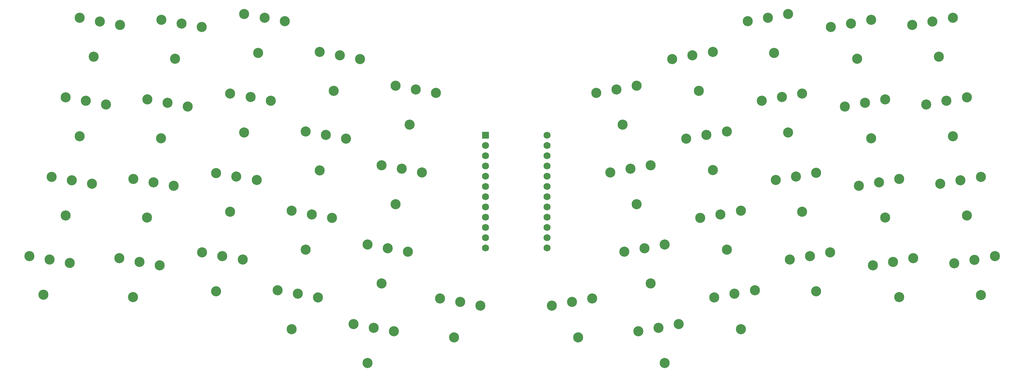
<source format=gbr>
G04 #@! TF.FileFunction,Copper,L1,Top,Signal*
%FSLAX46Y46*%
G04 Gerber Fmt 4.6, Leading zero omitted, Abs format (unit mm)*
G04 Created by KiCad (PCBNEW 4.0.2-stable) date 30/03/2016 21:54:54*
%MOMM*%
G01*
G04 APERTURE LIST*
%ADD10C,0.100000*%
%ADD11R,1.752600X1.752600*%
%ADD12C,1.752600*%
%ADD13C,2.500000*%
%ADD14C,0.600000*%
%ADD15C,0.500000*%
G04 APERTURE END LIST*
D10*
D11*
X142380000Y-84030000D03*
D12*
X142380000Y-86570000D03*
X142380000Y-89110000D03*
X142380000Y-91650000D03*
X142380000Y-94190000D03*
X142380000Y-96730000D03*
X142380000Y-99270000D03*
X142380000Y-101810000D03*
X142380000Y-104350000D03*
X142380000Y-106890000D03*
X142380000Y-109430000D03*
X142380000Y-111970000D03*
X157620000Y-111970000D03*
X157620000Y-109430000D03*
X157620000Y-106890000D03*
X157620000Y-104350000D03*
X157620000Y-101810000D03*
X157620000Y-99270000D03*
X157620000Y-96730000D03*
X157620000Y-94190000D03*
X157620000Y-91650000D03*
X157620000Y-89110000D03*
X157620000Y-86570000D03*
X157620000Y-84030000D03*
D13*
X227738914Y-113057997D03*
X217733267Y-114822262D03*
X224279823Y-122695070D03*
X222736090Y-113940129D03*
X244830346Y-94812917D03*
X234824699Y-96577182D03*
X241371255Y-104449990D03*
X239827522Y-95695049D03*
X51890448Y-56667829D03*
X41884801Y-54903564D03*
X45343892Y-64540637D03*
X46887625Y-55785696D03*
X48417485Y-76363984D03*
X38411838Y-74599719D03*
X41870929Y-84236792D03*
X43414662Y-75481851D03*
X44944521Y-96060139D03*
X34938874Y-94295874D03*
X38397965Y-103932947D03*
X39941698Y-95178006D03*
X39471558Y-115708730D03*
X29465911Y-113944465D03*
X32925002Y-123581538D03*
X34468735Y-114826597D03*
X72107548Y-57186369D03*
X62101901Y-55422104D03*
X65560992Y-65059177D03*
X67104725Y-56304236D03*
X68634584Y-76882524D03*
X58628937Y-75118259D03*
X62088028Y-84755332D03*
X63631761Y-76000391D03*
X65161621Y-96578679D03*
X55155974Y-94814414D03*
X58615065Y-104451487D03*
X60158798Y-95696546D03*
X61688657Y-116274835D03*
X51683010Y-114510570D03*
X55142101Y-124147643D03*
X56685834Y-115392702D03*
X92671944Y-55735294D03*
X82666297Y-53971029D03*
X86125388Y-63608102D03*
X87669121Y-54853161D03*
X89198980Y-75431449D03*
X79193333Y-73667184D03*
X82652424Y-83304257D03*
X84196157Y-74549316D03*
X85726017Y-95127604D03*
X75720370Y-93363339D03*
X79179461Y-103000412D03*
X80723194Y-94245471D03*
X82253053Y-114823759D03*
X72247406Y-113059494D03*
X75706497Y-122696567D03*
X77250230Y-113941626D03*
X111326210Y-65117104D03*
X101320563Y-63352839D03*
X104779654Y-72989912D03*
X106323387Y-64234971D03*
X107853246Y-84813259D03*
X97847599Y-83048994D03*
X101306690Y-92686067D03*
X102850423Y-83931126D03*
X104380283Y-104509414D03*
X94374636Y-102745149D03*
X97833727Y-112382222D03*
X99377460Y-103627281D03*
X100907319Y-124205569D03*
X90901672Y-122441304D03*
X94360763Y-132078377D03*
X95904496Y-123323436D03*
X130154124Y-73514107D03*
X120148477Y-71749842D03*
X123607568Y-81386915D03*
X125151301Y-72631974D03*
X126681161Y-93210262D03*
X116675514Y-91445997D03*
X120134605Y-101083070D03*
X121678338Y-92328129D03*
X123208197Y-112906417D03*
X113202550Y-111142152D03*
X116661641Y-120779225D03*
X118205374Y-112024284D03*
X119735233Y-132602572D03*
X109729586Y-130838307D03*
X113188677Y-140475380D03*
X114732410Y-131720439D03*
X141167870Y-126227458D03*
X131162223Y-124463193D03*
X134621314Y-134100266D03*
X136165047Y-125345325D03*
X168824097Y-124461695D03*
X158818450Y-126225960D03*
X165365006Y-134098768D03*
X163821273Y-125343827D03*
X179837843Y-71748344D03*
X169832196Y-73512609D03*
X176378752Y-81385417D03*
X174835019Y-72630476D03*
X183310806Y-91444499D03*
X173305159Y-93208764D03*
X179851715Y-101081572D03*
X178307982Y-92326631D03*
X186783770Y-111140654D03*
X176778123Y-112904919D03*
X183324679Y-120777727D03*
X181780946Y-112022786D03*
X190256733Y-130836809D03*
X180251086Y-132601074D03*
X186797642Y-140473882D03*
X185253909Y-131718941D03*
X198665757Y-63351342D03*
X188660110Y-65115607D03*
X195206666Y-72988415D03*
X193662933Y-64233474D03*
X202138721Y-83047497D03*
X192133074Y-84811762D03*
X198679630Y-92684570D03*
X197135897Y-83929629D03*
X205611684Y-102743652D03*
X195606037Y-104507917D03*
X202152593Y-112380725D03*
X200608860Y-103625784D03*
X209084648Y-122439807D03*
X199079001Y-124204072D03*
X205625557Y-132076880D03*
X204081824Y-123321939D03*
X217320023Y-53969531D03*
X207314376Y-55733796D03*
X213860932Y-63606604D03*
X212317199Y-54851663D03*
X220792987Y-73665686D03*
X210787340Y-75429951D03*
X217333896Y-83302759D03*
X215790163Y-74547818D03*
X224265950Y-93361842D03*
X214260303Y-95126107D03*
X220806859Y-102998915D03*
X219263126Y-94243974D03*
X237884419Y-55420607D03*
X227878772Y-57184872D03*
X234425328Y-65057680D03*
X232881595Y-56302739D03*
X241357382Y-75116762D03*
X231351735Y-76881027D03*
X237898291Y-84753835D03*
X236354558Y-75998894D03*
X248303310Y-114509072D03*
X238297663Y-116273337D03*
X244844219Y-124146145D03*
X243300486Y-115391204D03*
X258101519Y-54902066D03*
X248095872Y-56666331D03*
X254642428Y-64539139D03*
X253098695Y-55784198D03*
X261574482Y-74598221D03*
X251568835Y-76362486D03*
X258115391Y-84235294D03*
X256571658Y-75480353D03*
X265047446Y-94294376D03*
X255041799Y-96058641D03*
X261588355Y-103931449D03*
X260044622Y-95176508D03*
X268520409Y-113990532D03*
X258514762Y-115754797D03*
X265061318Y-123627605D03*
X263517585Y-114872664D03*
D14*
X169832196Y-73512609D03*
D15*
X169832196Y-73512609D02*
X169319587Y-73000000D01*
M02*

</source>
